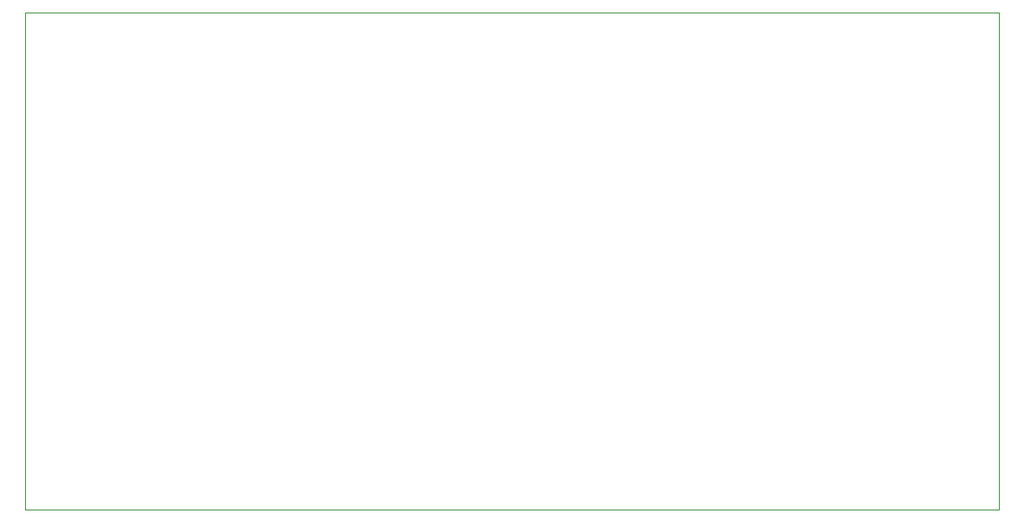
<source format=gbr>
%TF.GenerationSoftware,KiCad,Pcbnew,7.0.8-7.0.8~ubuntu22.04.1*%
%TF.CreationDate,2023-10-08T09:38:23-05:00*%
%TF.ProjectId,crossover_v1,63726f73-736f-4766-9572-5f76312e6b69,v1.0.0*%
%TF.SameCoordinates,Original*%
%TF.FileFunction,Profile,NP*%
%FSLAX46Y46*%
G04 Gerber Fmt 4.6, Leading zero omitted, Abs format (unit mm)*
G04 Created by KiCad (PCBNEW 7.0.8-7.0.8~ubuntu22.04.1) date 2023-10-08 09:38:23*
%MOMM*%
%LPD*%
G01*
G04 APERTURE LIST*
%TA.AperFunction,Profile*%
%ADD10C,0.100000*%
%TD*%
G04 APERTURE END LIST*
D10*
X193380000Y-124370000D02*
X193380000Y-77370000D01*
X101380000Y-77370000D02*
X101380000Y-124370000D01*
X193380000Y-77370000D02*
X101380000Y-77370000D01*
X101380000Y-124370000D02*
X193380000Y-124370000D01*
M02*

</source>
